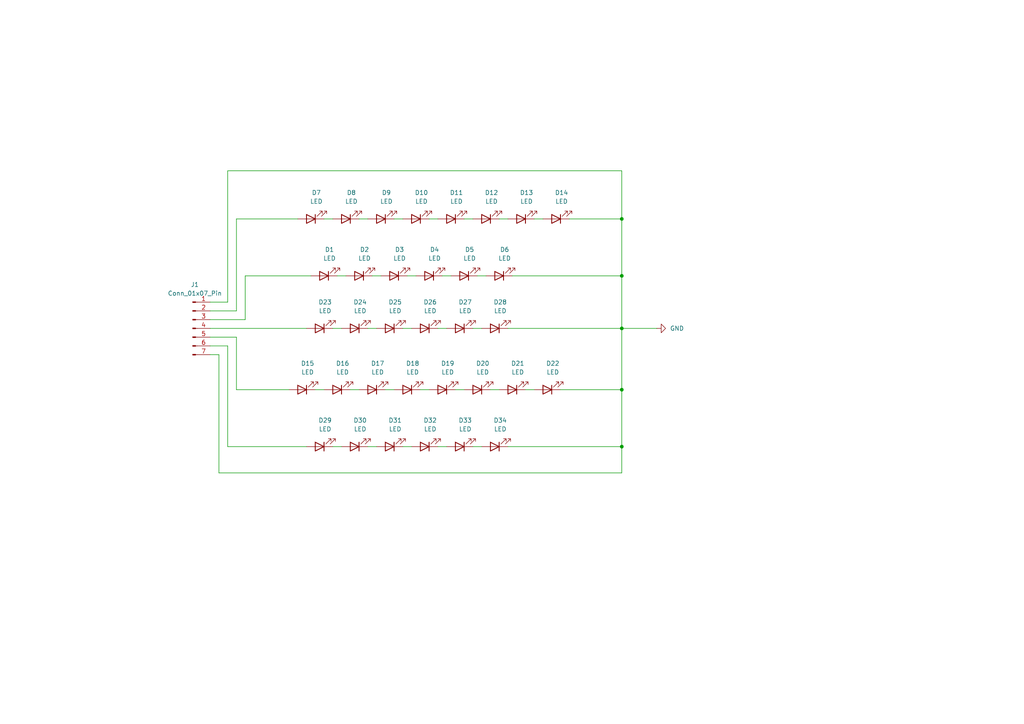
<source format=kicad_sch>
(kicad_sch (version 20231120) (generator "eeschema") (generator_version "8.0")
  (paper "A4")
  (lib_symbols
    (symbol "Connector:Conn_01x07_Pin" (pin_names (offset 1.016) hide)
      (property "Reference" "J" (at 0 10.16 0))
      (property "Value" "Conn_01x07_Pin" (at 0 -10.16 0))
      (symbol "Conn_01x07_Pin_1_1"
        (polyline (pts (xy 1.27 -7.62) (xy 0.8636 -7.62)) (stroke (width 0.1524)))
        (polyline (pts (xy 1.27 -5.08) (xy 0.8636 -5.08)) (stroke (width 0.1524)))
        (polyline (pts (xy 1.27 -2.54) (xy 0.8636 -2.54)) (stroke (width 0.1524)))
        (polyline (pts (xy 1.27 0) (xy 0.8636 0)) (stroke (width 0.1524)))
        (polyline (pts (xy 1.27 2.54) (xy 0.8636 2.54)) (stroke (width 0.1524)))
        (polyline (pts (xy 1.27 5.08) (xy 0.8636 5.08)) (stroke (width 0.1524)))
        (polyline (pts (xy 1.27 7.62) (xy 0.8636 7.62)) (stroke (width 0.1524)))
        (rectangle (start 0.8636 -7.493) (end 0 -7.747) (stroke (width 0.1524)) (fill (type outline)))
        (rectangle (start 0.8636 -4.953) (end 0 -5.207) (stroke (width 0.1524)) (fill (type outline)))
        (rectangle (start 0.8636 -2.413) (end 0 -2.667) (stroke (width 0.1524)) (fill (type outline)))
        (rectangle (start 0.8636 0.127) (end 0 -0.127) (stroke (width 0.1524)) (fill (type outline)))
        (rectangle (start 0.8636 2.667) (end 0 2.413) (stroke (width 0.1524)) (fill (type outline)))
        (rectangle (start 0.8636 5.207) (end 0 4.953) (stroke (width 0.1524)) (fill (type outline)))
        (rectangle (start 0.8636 7.747) (end 0 7.493) (stroke (width 0.1524)) (fill (type outline)))
        (pin passive line (at 5.08 7.62 180) (length 3.81) (name "Pin_1") (number "1"))
        (pin passive line (at 5.08 5.08 180) (length 3.81) (name "Pin_2") (number "2"))
        (pin passive line (at 5.08 2.54 180) (length 3.81) (name "Pin_3") (number "3"))
        (pin passive line (at 5.08 0 180) (length 3.81) (name "Pin_4") (number "4"))
        (pin passive line (at 5.08 -2.54 180) (length 3.81) (name "Pin_5") (number "5"))
        (pin passive line (at 5.08 -5.08 180) (length 3.81) (name "Pin_6") (number "6"))
        (pin passive line (at 5.08 -7.62 180) (length 3.81) (name "Pin_7") (number "7"))
      )
    )
    (symbol "Device:LED" (pin_numbers hide) (pin_names (offset 1.016) hide)
      (property "Reference" "D" (at 0 2.54 0))
      (property "Value" "LED" (at 0 -2.54 0))
      (symbol "LED_0_1"
        (polyline (pts (xy -1.27 -1.27) (xy -1.27 1.27)) (stroke (width 0.254)))
        (polyline (pts (xy -1.27 0) (xy 1.27 0)))
        (polyline (pts (xy 1.27 -1.27) (xy 1.27 1.27) (xy -1.27 0) (xy 1.27 -1.27)) (stroke (width 0.254)))
        (polyline (pts (xy -3.048 -0.762) (xy -4.572 -2.286) (xy -3.81 -2.286) (xy -4.572 -2.286) (xy -4.572 -1.524)))
        (polyline (pts (xy -1.778 -0.762) (xy -3.302 -2.286) (xy -2.54 -2.286) (xy -3.302 -2.286) (xy -3.302 -1.524)))
      )
      (symbol "LED_1_1"
        (pin passive line (at -3.81 0 0) (length 2.54) (name "K") (number "1"))
        (pin passive line (at 3.81 0 180) (length 2.54) (name "A") (number "2"))
      )
    )
    (symbol "power:GND" (power) (pin_numbers hide) (pin_names (offset 0) hide)
      (property "Value" "GND" (at 0 -3.81 0))
      (symbol "GND_0_1"
        (polyline (pts (xy 0 0) (xy 0 -1.27) (xy 1.27 -1.27) (xy 0 -2.54) (xy -1.27 -1.27) (xy 0 -1.27)))
      )
      (symbol "GND_1_1"
        (pin power_in line (at 0 0 270) (length 0) (name "~") (number "1"))
      )
    )
  )
  (junction (at 180.34 63.5))
  (junction (at 180.34 113.03))
  (junction (at 180.34 129.54))
  (junction (at 180.34 95.25))
  (junction (at 180.34 80.01))
  (wire (pts (xy 60.96 87.63) (xy 66.04 87.63)))
  (wire (pts (xy 106.68 95.25) (xy 109.22 95.25)))
  (wire (pts (xy 132.08 113.03) (xy 134.62 113.03)))
  (wire (pts (xy 66.04 100.33) (xy 66.04 129.54)))
  (wire (pts (xy 180.34 49.53) (xy 180.34 63.5)))
  (wire (pts (xy 121.92 113.03) (xy 124.46 113.03)))
  (wire (pts (xy 137.16 95.25) (xy 139.7 95.25)))
  (wire (pts (xy 116.84 95.25) (xy 119.38 95.25)))
  (wire (pts (xy 60.96 90.17) (xy 68.58 90.17)))
  (wire (pts (xy 128.27 80.01) (xy 130.81 80.01)))
  (wire (pts (xy 107.95 80.01) (xy 110.49 80.01)))
  (wire (pts (xy 60.96 102.87) (xy 63.5 102.87)))
  (wire (pts (xy 68.58 63.5) (xy 68.58 90.17)))
  (wire (pts (xy 96.52 129.54) (xy 99.06 129.54)))
  (wire (pts (xy 71.12 80.01) (xy 90.17 80.01)))
  (wire (pts (xy 152.4 113.03) (xy 154.94 113.03)))
  (wire (pts (xy 60.96 92.71) (xy 71.12 92.71)))
  (wire (pts (xy 147.32 95.25) (xy 180.34 95.25)))
  (wire (pts (xy 66.04 49.53) (xy 66.04 87.63)))
  (wire (pts (xy 68.58 63.5) (xy 86.36 63.5)))
  (wire (pts (xy 127 129.54) (xy 129.54 129.54)))
  (wire (pts (xy 144.78 63.5) (xy 147.32 63.5)))
  (wire (pts (xy 180.34 95.25) (xy 190.5 95.25)))
  (wire (pts (xy 148.59 80.01) (xy 180.34 80.01)))
  (wire (pts (xy 127 95.25) (xy 129.54 95.25)))
  (wire (pts (xy 180.34 137.16) (xy 180.34 129.54)))
  (wire (pts (xy 91.44 113.03) (xy 93.98 113.03)))
  (wire (pts (xy 63.5 102.87) (xy 63.5 137.16)))
  (wire (pts (xy 68.58 97.79) (xy 68.58 113.03)))
  (wire (pts (xy 97.79 80.01) (xy 100.33 80.01)))
  (wire (pts (xy 142.24 113.03) (xy 144.78 113.03)))
  (wire (pts (xy 66.04 49.53) (xy 180.34 49.53)))
  (wire (pts (xy 93.98 63.5) (xy 96.52 63.5)))
  (wire (pts (xy 124.46 63.5) (xy 127 63.5)))
  (wire (pts (xy 71.12 92.71) (xy 71.12 80.01)))
  (wire (pts (xy 60.96 97.79) (xy 68.58 97.79)))
  (wire (pts (xy 162.56 113.03) (xy 180.34 113.03)))
  (wire (pts (xy 60.96 100.33) (xy 66.04 100.33)))
  (wire (pts (xy 63.5 137.16) (xy 180.34 137.16)))
  (wire (pts (xy 116.84 129.54) (xy 119.38 129.54)))
  (wire (pts (xy 138.43 80.01) (xy 140.97 80.01)))
  (wire (pts (xy 96.52 95.25) (xy 99.06 95.25)))
  (wire (pts (xy 180.34 113.03) (xy 180.34 129.54)))
  (wire (pts (xy 165.1 63.5) (xy 180.34 63.5)))
  (wire (pts (xy 147.32 129.54) (xy 180.34 129.54)))
  (wire (pts (xy 60.96 95.25) (xy 88.9 95.25)))
  (wire (pts (xy 180.34 80.01) (xy 180.34 95.25)))
  (wire (pts (xy 111.76 113.03) (xy 114.3 113.03)))
  (wire (pts (xy 68.58 113.03) (xy 83.82 113.03)))
  (wire (pts (xy 154.94 63.5) (xy 157.48 63.5)))
  (wire (pts (xy 180.34 63.5) (xy 180.34 80.01)))
  (wire (pts (xy 134.62 63.5) (xy 137.16 63.5)))
  (wire (pts (xy 106.68 129.54) (xy 109.22 129.54)))
  (wire (pts (xy 137.16 129.54) (xy 139.7 129.54)))
  (wire (pts (xy 114.3 63.5) (xy 116.84 63.5)))
  (wire (pts (xy 101.6 113.03) (xy 104.14 113.03)))
  (wire (pts (xy 180.34 95.25) (xy 180.34 113.03)))
  (wire (pts (xy 118.11 80.01) (xy 120.65 80.01)))
  (wire (pts (xy 66.04 129.54) (xy 88.9 129.54)))
  (wire (pts (xy 104.14 63.5) (xy 106.68 63.5)))
  (symbol (lib_id "Device:LED") (at 140.97 63.5 180) (unit 1)
    (property "Reference" "D12" (at 142.5575 55.88 0))
    (property "Value" "LED" (at 142.5575 58.42 0))
    (property "Footprint" "Library:SOB_LED" (effects (hide yes)))
    (property "Description" "Light emitting diode" (effects (hide yes)))
  )
  (symbol (lib_id "Device:LED") (at 123.19 129.54 180) (unit 1)
    (property "Reference" "D32" (at 124.7775 121.92 0))
    (property "Value" "LED" (at 124.7775 124.46 0))
    (property "Footprint" "Library:SOB_LED" (effects (hide yes)))
    (property "Description" "Light emitting diode" (effects (hide yes)))
  )
  (symbol (lib_id "Device:LED") (at 144.78 80.01 180) (unit 1)
    (property "Reference" "D6" (at 146.3675 72.39 0))
    (property "Value" "LED" (at 146.3675 74.93 0))
    (property "Footprint" "Library:SOB_LED" (effects (hide yes)))
    (property "Description" "Light emitting diode" (effects (hide yes)))
  )
  (symbol (lib_id "Device:LED") (at 123.19 95.25 180) (unit 1)
    (property "Reference" "D26" (at 124.7775 87.63 0))
    (property "Value" "LED" (at 124.7775 90.17 0))
    (property "Footprint" "Library:SOB_LED" (effects (hide yes)))
    (property "Description" "Light emitting diode" (effects (hide yes)))
  )
  (symbol (lib_id "Device:LED") (at 110.49 63.5 180) (unit 1)
    (property "Reference" "D9" (at 112.0775 55.88 0))
    (property "Value" "LED" (at 112.0775 58.42 0))
    (property "Footprint" "Library:SOB_LED" (effects (hide yes)))
    (property "Description" "Light emitting diode" (effects (hide yes)))
  )
  (symbol (lib_id "power:GND") (at 190.5 95.25 90) (unit 1)
    (property "Reference" "#PWR01" (effects (hide yes)))
    (property "Value" "GND" (at 194.31 95.2499 90) (effects (justify right)))
    (property "Description" "Power symbol creates a global label with name \"GND\" , ground" (effects (hide yes)))
  )
  (symbol (lib_id "Device:LED") (at 134.62 80.01 180) (unit 1)
    (property "Reference" "D5" (at 136.2075 72.39 0))
    (property "Value" "LED" (at 136.2075 74.93 0))
    (property "Footprint" "Library:SOB_LED" (effects (hide yes)))
    (property "Description" "Light emitting diode" (effects (hide yes)))
  )
  (symbol (lib_id "Device:LED") (at 128.27 113.03 180) (unit 1)
    (property "Reference" "D19" (at 129.8575 105.41 0))
    (property "Value" "LED" (at 129.8575 107.95 0))
    (property "Footprint" "Library:SOB_LED" (effects (hide yes)))
    (property "Description" "Light emitting diode" (effects (hide yes)))
  )
  (symbol (lib_id "Device:LED") (at 113.03 129.54 180) (unit 1)
    (property "Reference" "D31" (at 114.6175 121.92 0))
    (property "Value" "LED" (at 114.6175 124.46 0))
    (property "Footprint" "Library:SOB_LED" (effects (hide yes)))
    (property "Description" "Light emitting diode" (effects (hide yes)))
  )
  (symbol (lib_id "Device:LED") (at 158.75 113.03 180) (unit 1)
    (property "Reference" "D22" (at 160.3375 105.41 0))
    (property "Value" "LED" (at 160.3375 107.95 0))
    (property "Footprint" "Library:SOB_LED" (effects (hide yes)))
    (property "Description" "Light emitting diode" (effects (hide yes)))
  )
  (symbol (lib_id "Device:LED") (at 93.98 80.01 180) (unit 1)
    (property "Reference" "D1" (at 95.5675 72.39 0))
    (property "Value" "LED" (at 95.5675 74.93 0))
    (property "Footprint" "Library:SOB_LED" (effects (hide yes)))
    (property "Description" "Light emitting diode" (effects (hide yes)))
  )
  (symbol (lib_id "Device:LED") (at 120.65 63.5 180) (unit 1)
    (property "Reference" "D10" (at 122.2375 55.88 0))
    (property "Value" "LED" (at 122.2375 58.42 0))
    (property "Footprint" "Library:SOB_LED" (effects (hide yes)))
    (property "Description" "Light emitting diode" (effects (hide yes)))
  )
  (symbol (lib_id "Device:LED") (at 87.63 113.03 180) (unit 1)
    (property "Reference" "D15" (at 89.2175 105.41 0))
    (property "Value" "LED" (at 89.2175 107.95 0))
    (property "Footprint" "Library:SOB_LED" (effects (hide yes)))
    (property "Description" "Light emitting diode" (effects (hide yes)))
  )
  (symbol (lib_id "Device:LED") (at 102.87 129.54 180) (unit 1)
    (property "Reference" "D30" (at 104.4575 121.92 0))
    (property "Value" "LED" (at 104.4575 124.46 0))
    (property "Footprint" "Library:SOB_LED" (effects (hide yes)))
    (property "Description" "Light emitting diode" (effects (hide yes)))
  )
  (symbol (lib_id "Device:LED") (at 161.29 63.5 180) (unit 1)
    (property "Reference" "D14" (at 162.8775 55.88 0))
    (property "Value" "LED" (at 162.8775 58.42 0))
    (property "Footprint" "Library:SOB_LED" (effects (hide yes)))
    (property "Description" "Light emitting diode" (effects (hide yes)))
  )
  (symbol (lib_id "Device:LED") (at 113.03 95.25 180) (unit 1)
    (property "Reference" "D25" (at 114.6175 87.63 0))
    (property "Value" "LED" (at 114.6175 90.17 0))
    (property "Footprint" "Library:SOB_LED" (effects (hide yes)))
    (property "Description" "Light emitting diode" (effects (hide yes)))
  )
  (symbol (lib_id "Device:LED") (at 133.35 95.25 180) (unit 1)
    (property "Reference" "D27" (at 134.9375 87.63 0))
    (property "Value" "LED" (at 134.9375 90.17 0))
    (property "Footprint" "Library:SOB_LED" (effects (hide yes)))
    (property "Description" "Light emitting diode" (effects (hide yes)))
  )
  (symbol (lib_id "Device:LED") (at 104.14 80.01 180) (unit 1)
    (property "Reference" "D2" (at 105.7275 72.39 0))
    (property "Value" "LED" (at 105.7275 74.93 0))
    (property "Footprint" "Library:SOB_LED" (effects (hide yes)))
    (property "Description" "Light emitting diode" (effects (hide yes)))
  )
  (symbol (lib_id "Device:LED") (at 102.87 95.25 180) (unit 1)
    (property "Reference" "D24" (at 104.4575 87.63 0))
    (property "Value" "LED" (at 104.4575 90.17 0))
    (property "Footprint" "Library:SOB_LED" (effects (hide yes)))
    (property "Description" "Light emitting diode" (effects (hide yes)))
  )
  (symbol (lib_id "Connector:Conn_01x07_Pin") (at 55.88 95.25 0) (unit 1)
    (property "Reference" "J1" (at 56.515 82.55 0))
    (property "Value" "Conn_01x07_Pin" (at 56.515 85.09 0))
    (property "Footprint" "Connector_PinHeader_2.54mm:PinHeader_1x07_P2.54mm_Vertical" (effects (hide yes)))
    (property "Description" "Generic connector, single row, 01x07, script generated" (effects (hide yes)))
  )
  (symbol (lib_id "Device:LED") (at 138.43 113.03 180) (unit 1)
    (property "Reference" "D20" (at 140.0175 105.41 0))
    (property "Value" "LED" (at 140.0175 107.95 0))
    (property "Footprint" "Library:SOB_LED" (effects (hide yes)))
    (property "Description" "Light emitting diode" (effects (hide yes)))
  )
  (symbol (lib_id "Device:LED") (at 107.95 113.03 180) (unit 1)
    (property "Reference" "D17" (at 109.5375 105.41 0))
    (property "Value" "LED" (at 109.5375 107.95 0))
    (property "Footprint" "Library:SOB_LED" (effects (hide yes)))
    (property "Description" "Light emitting diode" (effects (hide yes)))
  )
  (symbol (lib_id "Device:LED") (at 148.59 113.03 180) (unit 1)
    (property "Reference" "D21" (at 150.1775 105.41 0))
    (property "Value" "LED" (at 150.1775 107.95 0))
    (property "Footprint" "Library:SOB_LED" (effects (hide yes)))
    (property "Description" "Light emitting diode" (effects (hide yes)))
  )
  (symbol (lib_id "Device:LED") (at 143.51 129.54 180) (unit 1)
    (property "Reference" "D34" (at 145.0975 121.92 0))
    (property "Value" "LED" (at 145.0975 124.46 0))
    (property "Footprint" "Library:SOB_LED" (effects (hide yes)))
    (property "Description" "Light emitting diode" (effects (hide yes)))
  )
  (symbol (lib_id "Device:LED") (at 100.33 63.5 180) (unit 1)
    (property "Reference" "D8" (at 101.9175 55.88 0))
    (property "Value" "LED" (at 101.9175 58.42 0))
    (property "Footprint" "Library:SOB_LED" (effects (hide yes)))
    (property "Description" "Light emitting diode" (effects (hide yes)))
  )
  (symbol (lib_id "Device:LED") (at 92.71 95.25 180) (unit 1)
    (property "Reference" "D23" (at 94.2975 87.63 0))
    (property "Value" "LED" (at 94.2975 90.17 0))
    (property "Footprint" "Library:SOB_LED" (effects (hide yes)))
    (property "Description" "Light emitting diode" (effects (hide yes)))
  )
  (symbol (lib_id "Device:LED") (at 118.11 113.03 180) (unit 1)
    (property "Reference" "D18" (at 119.6975 105.41 0))
    (property "Value" "LED" (at 119.6975 107.95 0))
    (property "Footprint" "Library:SOB_LED" (effects (hide yes)))
    (property "Description" "Light emitting diode" (effects (hide yes)))
  )
  (symbol (lib_id "Device:LED") (at 133.35 129.54 180) (unit 1)
    (property "Reference" "D33" (at 134.9375 121.92 0))
    (property "Value" "LED" (at 134.9375 124.46 0))
    (property "Footprint" "Library:SOB_LED" (effects (hide yes)))
    (property "Description" "Light emitting diode" (effects (hide yes)))
  )
  (symbol (lib_id "Device:LED") (at 90.17 63.5 180) (unit 1)
    (property "Reference" "D7" (at 91.7575 55.88 0))
    (property "Value" "LED" (at 91.7575 58.42 0))
    (property "Footprint" "Library:SOB_LED" (effects (hide yes)))
    (property "Description" "Light emitting diode" (effects (hide yes)))
  )
  (symbol (lib_id "Device:LED") (at 130.81 63.5 180) (unit 1)
    (property "Reference" "D11" (at 132.3975 55.88 0))
    (property "Value" "LED" (at 132.3975 58.42 0))
    (property "Footprint" "Library:SOB_LED" (effects (hide yes)))
    (property "Description" "Light emitting diode" (effects (hide yes)))
  )
  (symbol (lib_id "Device:LED") (at 114.3 80.01 180) (unit 1)
    (property "Reference" "D3" (at 115.8875 72.39 0))
    (property "Value" "LED" (at 115.8875 74.93 0))
    (property "Footprint" "Library:SOB_LED" (effects (hide yes)))
    (property "Description" "Light emitting diode" (effects (hide yes)))
  )
  (symbol (lib_id "Device:LED") (at 151.13 63.5 180) (unit 1)
    (property "Reference" "D13" (at 152.7175 55.88 0))
    (property "Value" "LED" (at 152.7175 58.42 0))
    (property "Footprint" "Library:SOB_LED" (effects (hide yes)))
    (property "Description" "Light emitting diode" (effects (hide yes)))
  )
  (symbol (lib_id "Device:LED") (at 97.79 113.03 180) (unit 1)
    (property "Reference" "D16" (at 99.3775 105.41 0))
    (property "Value" "LED" (at 99.3775 107.95 0))
    (property "Footprint" "Library:SOB_LED" (effects (hide yes)))
    (property "Description" "Light emitting diode" (effects (hide yes)))
  )
  (symbol (lib_id "Device:LED") (at 92.71 129.54 180) (unit 1)
    (property "Reference" "D29" (at 94.2975 121.92 0))
    (property "Value" "LED" (at 94.2975 124.46 0))
    (property "Footprint" "Library:SOB_LED" (effects (hide yes)))
    (property "Description" "Light emitting diode" (effects (hide yes)))
  )
  (symbol (lib_id "Device:LED") (at 143.51 95.25 180) (unit 1)
    (property "Reference" "D28" (at 145.0975 87.63 0))
    (property "Value" "LED" (at 145.0975 90.17 0))
    (property "Footprint" "Library:SOB_LED" (effects (hide yes)))
    (property "Description" "Light emitting diode" (effects (hide yes)))
  )
  (symbol (lib_id "Device:LED") (at 124.46 80.01 180) (unit 1)
    (property "Reference" "D4" (at 126.0475 72.39 0))
    (property "Value" "LED" (at 126.0475 74.93 0))
    (property "Footprint" "Library:SOB_LED" (effects (hide yes)))
    (property "Description" "Light emitting diode" (effects (hide yes)))
  )
)
</source>
